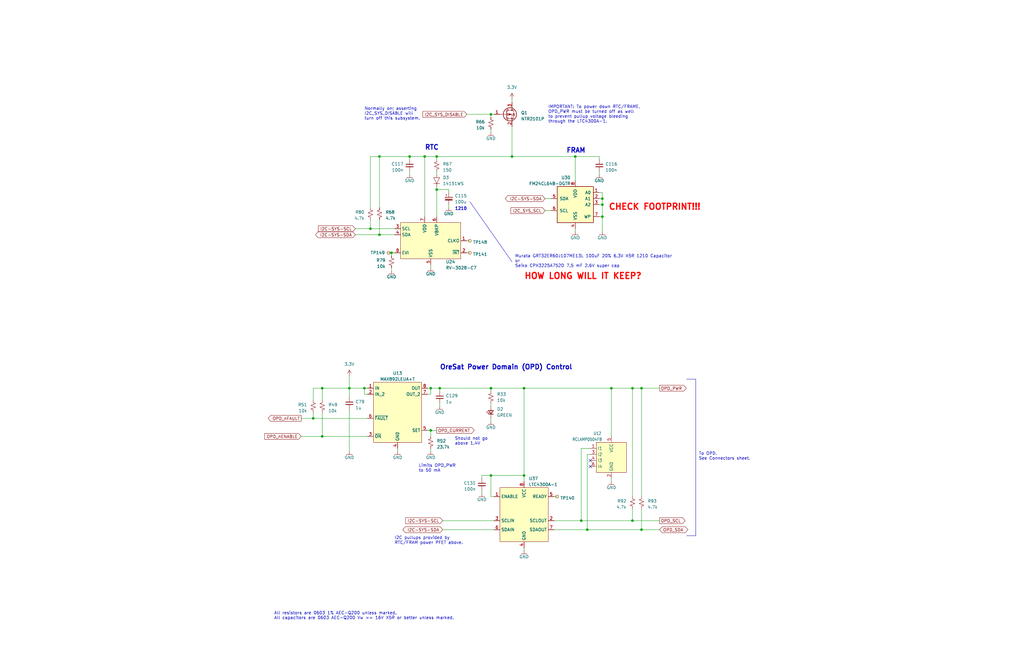
<source format=kicad_sch>
(kicad_sch (version 20230121) (generator eeschema)
  (paper "B")
  (title_block (title "OreSat C3: OPD and I2C Peripherals") (date "2023-05-29") (rev "6.0"))
  (lib_symbols
    (symbol "Device:C_Polarized_Small" (pin_numbers hide) (pin_names (offset 0.254) hide)
      (property "Reference" "C" (at 0.254 1.778 0))
      (property "Value" "C_Polarized_Small" (at 0.254 -2.032 0))
      (symbol "C_Polarized_Small_0_1"
        (rectangle (start -1.524 -0.3048) (end 1.524 -0.6858) (fill (type outline)))
        (rectangle (start -1.524 0.6858) (end 1.524 0.3048))
        (polyline (pts (xy -1.27 1.524) (xy -0.762 1.524)))
        (polyline (pts (xy -1.016 1.27) (xy -1.016 1.778)))
      )
      (symbol "C_Polarized_Small_1_1"
        (pin passive line (at 0 2.54 270) (length 1.8542) (name "~") (number "1"))
        (pin passive line (at 0 -2.54 90) (length 1.8542) (name "~") (number "2"))
      )
    )
    (symbol "Device:C_Small" (pin_numbers hide) (pin_names (offset 0.254) hide)
      (property "Reference" "C" (at 0.254 1.778 0))
      (property "Value" "C_Small" (at 0.254 -2.032 0))
      (symbol "C_Small_0_1"
        (polyline (pts (xy -1.524 -0.508) (xy 1.524 -0.508)) (stroke (width 0.3302)))
        (polyline (pts (xy -1.524 0.508) (xy 1.524 0.508)) (stroke (width 0.3048)))
      )
      (symbol "C_Small_1_1"
        (pin passive line (at 0 2.54 270) (length 2.032) (name "~") (number "1"))
        (pin passive line (at 0 -2.54 90) (length 2.032) (name "~") (number "2"))
      )
    )
    (symbol "Device:LED_Small" (pin_numbers hide) (pin_names (offset 0.254) hide)
      (property "Reference" "D" (at -1.27 3.175 0))
      (property "Value" "LED_Small" (at -4.445 -2.54 0))
      (symbol "LED_Small_0_1"
        (polyline (pts (xy -0.762 -1.016) (xy -0.762 1.016)) (stroke (width 0.254)))
        (polyline (pts (xy 1.016 0) (xy -0.762 0)))
        (polyline (pts (xy 0.762 -1.016) (xy -0.762 0) (xy 0.762 1.016) (xy 0.762 -1.016)) (stroke (width 0.254)))
        (polyline (pts (xy 0 0.762) (xy -0.508 1.27) (xy -0.254 1.27) (xy -0.508 1.27) (xy -0.508 1.016)))
        (polyline (pts (xy 0.508 1.27) (xy 0 1.778) (xy 0.254 1.778) (xy 0 1.778) (xy 0 1.524)))
      )
      (symbol "LED_Small_1_1"
        (pin passive line (at -2.54 0 0) (length 1.778) (name "K") (number "1"))
        (pin passive line (at 2.54 0 180) (length 1.778) (name "A") (number "2"))
      )
    )
    (symbol "Device:R_Small_US" (pin_numbers hide) (pin_names (offset 0.254) hide)
      (property "Reference" "R" (at 0.762 0.508 0))
      (property "Value" "R_Small_US" (at 0.762 -1.016 0))
      (symbol "R_Small_US_1_1"
        (polyline (pts (xy 0 0) (xy 1.016 -0.381) (xy 0 -0.762) (xy -1.016 -1.143) (xy 0 -1.524)))
        (polyline (pts (xy 0 1.524) (xy 1.016 1.143) (xy 0 0.762) (xy -1.016 0.381) (xy 0 0)))
        (pin passive line (at 0 2.54 270) (length 1.016) (name "~") (number "1"))
        (pin passive line (at 0 -2.54 90) (length 1.016) (name "~") (number "2"))
      )
    )
    (symbol "Memory_NVRAM:FM24C64B" (pin_names (offset 1.016))
      (property "Reference" "U" (at -5.08 8.89 0))
      (property "Value" "FM24C64B" (at 6.35 -8.89 0))
      (symbol "FM24C64B_0_1"
        (rectangle (start -7.62 7.62) (end 7.62 -7.62) (stroke (width 0.254)) (fill (type background)))
      )
      (symbol "FM24C64B_1_1"
        (pin input line (at -10.16 5.08 0) (length 2.54) (name "A0") (number "1"))
        (pin input line (at -10.16 2.54 0) (length 2.54) (name "A1") (number "2"))
        (pin input line (at -10.16 0 0) (length 2.54) (name "A2") (number "3"))
        (pin power_in line (at 0 -10.16 90) (length 2.54) (name "VSS") (number "4"))
        (pin bidirectional line (at 10.16 2.54 180) (length 2.54) (name "SDA") (number "5"))
        (pin input line (at 10.16 -2.54 180) (length 2.54) (name "SCL") (number "6"))
        (pin input line (at -10.16 -5.08 0) (length 2.54) (name "WP") (number "7"))
        (pin power_in line (at 0 10.16 270) (length 2.54) (name "VDD") (number "8"))
      )
    )
    (symbol "OreSat-Power:3.3V" (power) (pin_names (offset 0))
      (property "Value" "3.3V" (at 0 3.556 0))
      (symbol "3.3V_0_1"
        (polyline (pts (xy -0.762 1.27) (xy 0 2.54)))
        (polyline (pts (xy 0 0) (xy 0 2.54)))
        (polyline (pts (xy 0 2.54) (xy 0.762 1.27)))
      )
      (symbol "3.3V_1_1"
        (pin power_in line (at 0 0 90) (length 0) hide (name "3.3V") (number "1"))
      )
    )
    (symbol "OreSat-Power:GND" (power) (pin_names (offset 0))
      (property "Value" "GND" (at 0 -2.54 0))
      (symbol "GND_0_1"
        (polyline (pts (xy 0 0) (xy 0 -1.27) (xy 1.27 -1.27) (xy 0 -1.27) (xy -1.27 -1.27) (xy 0 -1.27)))
      )
      (symbol "GND_1_1"
        (pin power_in line (at 0 0 270) (length 0) hide (name "GND") (number "1"))
      )
    )
    (symbol "Transistor_FET:NTR2101P" (pin_names hide)
      (property "Reference" "Q" (at 5.08 1.905 0))
      (property "Value" "NTR2101P" (at 5.08 0 0))
      (symbol "NTR2101P_0_1"
        (polyline (pts (xy 0.254 0) (xy -2.54 0)))
        (polyline (pts (xy 0.254 1.905) (xy 0.254 -1.905)) (stroke (width 0.254)))
        (polyline (pts (xy 0.762 -1.27) (xy 0.762 -2.286)) (stroke (width 0.254)))
        (polyline (pts (xy 0.762 0.508) (xy 0.762 -0.508)) (stroke (width 0.254)))
        (polyline (pts (xy 0.762 2.286) (xy 0.762 1.27)) (stroke (width 0.254)))
        (polyline (pts (xy 2.54 2.54) (xy 2.54 1.778)))
        (polyline (pts (xy 2.54 -2.54) (xy 2.54 0) (xy 0.762 0)))
        (polyline (pts (xy 0.762 1.778) (xy 3.302 1.778) (xy 3.302 -1.778) (xy 0.762 -1.778)))
        (polyline (pts (xy 2.286 0) (xy 1.27 0.381) (xy 1.27 -0.381) (xy 2.286 0)) (fill (type outline)))
        (polyline (pts (xy 2.794 -0.508) (xy 2.921 -0.381) (xy 3.683 -0.381) (xy 3.81 -0.254)))
        (polyline (pts (xy 3.302 -0.381) (xy 2.921 0.254) (xy 3.683 0.254) (xy 3.302 -0.381)))
        (circle (center 1.651 0) (radius 2.794) (stroke (width 0.254)))
        (circle (center 2.54 -1.778) (radius 0.254) (fill (type outline)))
        (circle (center 2.54 1.778) (radius 0.254) (fill (type outline)))
      )
      (symbol "NTR2101P_1_1"
        (pin input line (at -5.08 0 0) (length 2.54) (name "G") (number "1"))
        (pin passive line (at 2.54 -5.08 90) (length 2.54) (name "S") (number "2"))
        (pin passive line (at 2.54 5.08 270) (length 2.54) (name "D") (number "3"))
      )
    )
    (symbol "oresat-diodes:1N4151WS-HE3" (pin_numbers hide) (pin_names (offset 0) hide)
      (property "Reference" "D" (at 0 2.54 0))
      (property "Value" "1N4151WS" (at 0 -2.54 0))
      (symbol "1N4151WS-HE3_0_1"
        (polyline (pts (xy 1.27 0) (xy 1.27 1.27) (xy 1.27 -1.27) (xy 1.27 0) (xy -1.27 1.27) (xy -1.27 -1.27) (xy 1.27 0)))
      )
      (symbol "1N4151WS-HE3_1_1"
        (pin passive line (at 2.54 0 180) (length 1.27) (name "1") (number ""))
        (pin passive line (at -2.54 0 0) (length 1.27) (name "2") (number ""))
      )
    )
    (symbol "oresat-ics:LTC4300A-1"
      (property "Reference" "U" (at 1.27 13.97 0))
      (property "Value" "LTC4300A-1" (at 1.27 11.43 0))
      (symbol "LTC4300A-1_1_0"
        (pin input line (at -12.7 7.62 0) (length 2.54) (name "ENABLE") (number "1"))
        (pin bidirectional line (at 12.7 -2.54 180) (length 2.54) (name "SCLOUT") (number "2"))
        (pin bidirectional line (at -12.7 -2.54 0) (length 2.54) (name "SCLIN") (number "3"))
        (pin power_in line (at 0 -13.97 90) (length 2.54) (name "GND") (number "4"))
        (pin output line (at 12.7 7.62 180) (length 2.54) (name "READY") (number "5"))
        (pin bidirectional line (at -12.7 -6.35 0) (length 2.54) (name "SDAIN") (number "6"))
        (pin bidirectional line (at 12.7 -6.35 180) (length 2.54) (name "SDAOUT") (number "7"))
        (pin power_in line (at 0 13.97 270) (length 2.54) (name "VCC") (number "8"))
      )
      (symbol "LTC4300A-1_1_1"
        (rectangle (start -10.16 11.43) (end 10.16 -11.43) (fill (type background)))
      )
    )
    (symbol "oresat-ics:MAX892LEUA+T"
      (symbol "MAX892LEUA+T_1_0"
        (pin power_in line (at -12.7 7.62 0) (length 2.54) (name "IN") (number "1"))
        (pin power_in line (at -12.7 5.08 0) (length 2.54) (name "IN_2") (number "2"))
        (pin input line (at -12.7 -12.7 0) (length 2.54) (name "~{ON}") (number "3"))
        (pin power_in line (at 0 -17.78 90) (length 2.54) (name "GND") (number "4"))
        (pin input line (at 12.7 -10.16 180) (length 2.54) (name "SET") (number "5"))
        (pin output line (at -12.7 -5.08 0) (length 2.54) (name "~{FAULT}") (number "6"))
        (pin power_out line (at 12.7 5.08 180) (length 2.54) (name "OUT_2") (number "7"))
        (pin power_out line (at 12.7 7.62 180) (length 2.54) (name "OUT") (number "8"))
      )
      (symbol "MAX892LEUA+T_1_1"
        (rectangle (start -10.16 10.16) (end 10.16 -15.24) (fill (type background)))
      )
    )
    (symbol "oresat-ics:RCLAMP0504FB"
      (property "Reference" "U" (at -13.97 12.7 0))
      (property "Value" "RCLAMP0504FB" (at -13.97 10.16 0))
      (symbol "RCLAMP0504FB_1_0"
        (pin bidirectional line (at -8.89 3.81 0) (length 2.54) (name "I1") (number "1"))
        (pin power_in line (at 0 -8.89 90) (length 2.54) (name "GND") (number "2"))
        (pin bidirectional line (at -8.89 1.27 0) (length 2.54) (name "I2") (number "3"))
        (pin bidirectional line (at -8.89 -1.27 0) (length 2.54) (name "I3") (number "4"))
        (pin power_in line (at 0 8.89 270) (length 2.54) (name "VCC") (number "5"))
        (pin bidirectional line (at -8.89 -3.81 0) (length 2.54) (name "I4") (number "6"))
      )
      (symbol "RCLAMP0504FB_1_1"
        (rectangle (start -6.35 6.35) (end 6.35 -6.35) (fill (type background)))
      )
    )
    (symbol "oresat-ics:RV-3028-C7"
      (property "Reference" "U" (at 3.81 -8.89 0))
      (property "Value" "RV-3028-C7" (at 3.81 -11.43 0))
      (symbol "RV-3028-C7_1_0"
        (pin output line (at 15.24 0 180) (length 2.54) (name "CLKO") (number "1"))
        (pin output line (at 15.24 -5.08 180) (length 2.54) (name "~{INT}") (number "2"))
        (pin input line (at -15.24 5.08 0) (length 2.54) (name "SCL") (number "3"))
        (pin bidirectional line (at -15.24 2.54 0) (length 2.54) (name "SDA") (number "4"))
        (pin power_in line (at 0 -10.16 90) (length 2.54) (name "VSS") (number "5"))
        (pin power_in line (at 2.54 10.16 270) (length 2.54) (name "VBKP") (number "6"))
        (pin power_in line (at -2.54 10.16 270) (length 2.54) (name "VDD") (number "7"))
        (pin input line (at -15.24 -5.08 0) (length 2.54) (name "EVI") (number "8"))
      )
      (symbol "RV-3028-C7_1_1"
        (rectangle (start -12.7 7.62) (end 12.7 -7.62) (fill (type background)))
      )
    )
    (symbol "oresat-misc:TestPoint-MinTH" (pin_numbers hide) (pin_names (offset 0.762) hide)
      (property "Reference" "TP" (at 0 2.54 0))
      (symbol "TestPoint-MinTH_0_1"
        (circle (center 0 0) (radius 0.635) (fill (type background)))
      )
      (symbol "TestPoint-MinTH_1_1"
        (pin passive line (at 0 0 270) (length 0) (name "1") (number "1"))
      )
    )
  )
  (junction (at 215.9 66.04))
  (junction (at 147.32 163.83))
  (junction (at 270.51 163.83))
  (junction (at 254 91.44))
  (junction (at 247.65 223.52))
  (junction (at 135.89 184.15))
  (junction (at 184.15 80.01))
  (junction (at 135.89 163.83))
  (junction (at 220.98 163.83))
  (junction (at 165.1 106.68))
  (junction (at 160.02 99.06))
  (junction (at 257.81 163.83))
  (junction (at 242.57 66.04))
  (junction (at 207.01 48.26))
  (junction (at 266.7 163.83))
  (junction (at 153.67 163.83))
  (junction (at 185.42 163.83))
  (junction (at 220.98 200.66))
  (junction (at 156.21 96.52))
  (junction (at 160.02 66.04))
  (junction (at 245.11 219.71))
  (junction (at 254 86.36))
  (junction (at 254 83.82))
  (junction (at 132.08 176.53))
  (junction (at 181.61 163.83))
  (junction (at 184.15 66.04))
  (junction (at 179.07 66.04))
  (junction (at 270.51 223.52))
  (junction (at 207.01 163.83))
  (junction (at 181.61 181.61))
  (junction (at 266.7 219.71))
  (junction (at 172.72 66.04))
  (junction (at 207.01 200.66))
  (no_connect (at 248.92 194.31))
  (no_connect (at 248.92 196.85))
  (wire (pts (xy 254 86.36) (xy 254 91.44)))
  (wire (pts (xy 180.34 181.61) (xy 181.61 181.61)))
  (wire (pts (xy 147.32 163.83) (xy 153.67 163.83)))
  (wire (pts (xy 165.1 114.3) (xy 165.1 113.03)))
  (wire (pts (xy 186.69 219.71) (xy 208.28 219.71)))
  (wire (pts (xy 207.01 48.26) (xy 207.01 49.53)))
  (wire (pts (xy 215.9 53.34) (xy 215.9 66.04)))
  (wire (pts (xy 257.81 184.15) (xy 257.81 163.83)))
  (wire (pts (xy 254 91.44) (xy 254 97.79)))
  (wire (pts (xy 247.65 223.52) (xy 270.51 223.52)))
  (wire (pts (xy 207.01 54.61) (xy 207.01 55.88)))
  (wire (pts (xy 165.1 107.95) (xy 165.1 106.68)))
  (wire (pts (xy 181.61 163.83) (xy 185.42 163.83)))
  (wire (pts (xy 266.7 209.55) (xy 266.7 163.83)))
  (wire (pts (xy 181.61 113.03) (xy 181.61 111.76)))
  (wire (pts (xy 180.34 166.37) (xy 181.61 166.37)))
  (wire (pts (xy 160.02 66.04) (xy 172.72 66.04)))
  (wire (pts (xy 266.7 214.63) (xy 266.7 219.71)))
  (wire (pts (xy 229.87 88.9) (xy 232.41 88.9)))
  (wire (pts (xy 207.01 209.55) (xy 208.28 209.55)))
  (wire (pts (xy 242.57 96.52) (xy 242.57 97.79)))
  (wire (pts (xy 248.92 191.77) (xy 247.65 191.77)))
  (wire (pts (xy 245.11 189.23) (xy 245.11 219.71)))
  (wire (pts (xy 135.89 163.83) (xy 147.32 163.83)))
  (wire (pts (xy 220.98 232.41) (xy 220.98 231.14)))
  (wire (pts (xy 215.9 41.91) (xy 215.9 43.18)))
  (wire (pts (xy 278.13 223.52) (xy 270.51 223.52)))
  (wire (pts (xy 172.72 66.04) (xy 179.07 66.04)))
  (wire (pts (xy 254 81.28) (xy 254 83.82)))
  (wire (pts (xy 166.37 99.06) (xy 160.02 99.06)))
  (wire (pts (xy 220.98 203.2) (xy 220.98 200.66)))
  (wire (pts (xy 270.51 214.63) (xy 270.51 223.52)))
  (polyline (pts (xy 293.37 160.02) (xy 293.37 226.06)))
  (wire (pts (xy 189.23 81.28) (xy 189.23 80.01)))
  (wire (pts (xy 179.07 66.04) (xy 184.15 66.04)))
  (wire (pts (xy 184.15 66.04) (xy 215.9 66.04)))
  (wire (pts (xy 252.73 83.82) (xy 254 83.82)))
  (wire (pts (xy 215.9 66.04) (xy 242.57 66.04)))
  (wire (pts (xy 160.02 99.06) (xy 149.86 99.06)))
  (wire (pts (xy 196.85 48.26) (xy 207.01 48.26)))
  (wire (pts (xy 252.73 86.36) (xy 254 86.36)))
  (wire (pts (xy 127 184.15) (xy 135.89 184.15)))
  (wire (pts (xy 163.83 106.68) (xy 165.1 106.68)))
  (wire (pts (xy 184.15 72.39) (xy 184.15 73.66)))
  (wire (pts (xy 184.15 78.74) (xy 184.15 80.01)))
  (wire (pts (xy 180.34 163.83) (xy 181.61 163.83)))
  (wire (pts (xy 196.85 106.68) (xy 198.12 106.68)))
  (wire (pts (xy 181.61 166.37) (xy 181.61 163.83)))
  (wire (pts (xy 181.61 181.61) (xy 184.15 181.61)))
  (wire (pts (xy 189.23 86.36) (xy 189.23 87.63)))
  (wire (pts (xy 252.73 67.31) (xy 252.73 66.04)))
  (wire (pts (xy 147.32 163.83) (xy 147.32 167.64)))
  (wire (pts (xy 254 83.82) (xy 254 86.36)))
  (wire (pts (xy 147.32 158.75) (xy 147.32 163.83)))
  (wire (pts (xy 167.64 189.23) (xy 167.64 190.5)))
  (wire (pts (xy 153.67 163.83) (xy 154.94 163.83)))
  (wire (pts (xy 132.08 176.53) (xy 154.94 176.53)))
  (wire (pts (xy 208.28 223.52) (xy 186.69 223.52)))
  (wire (pts (xy 233.68 219.71) (xy 245.11 219.71)))
  (wire (pts (xy 207.01 170.18) (xy 207.01 171.45)))
  (polyline (pts (xy 289.56 226.06) (xy 293.37 226.06)))
  (wire (pts (xy 160.02 66.04) (xy 160.02 87.63)))
  (wire (pts (xy 233.68 223.52) (xy 247.65 223.52)))
  (wire (pts (xy 147.32 172.72) (xy 147.32 190.5)))
  (wire (pts (xy 127 176.53) (xy 132.08 176.53)))
  (polyline (pts (xy 289.56 160.02) (xy 293.37 160.02)))
  (wire (pts (xy 154.94 166.37) (xy 153.67 166.37)))
  (wire (pts (xy 220.98 200.66) (xy 207.01 200.66)))
  (wire (pts (xy 156.21 92.71) (xy 156.21 96.52)))
  (wire (pts (xy 207.01 163.83) (xy 220.98 163.83)))
  (wire (pts (xy 266.7 163.83) (xy 270.51 163.83)))
  (wire (pts (xy 132.08 173.99) (xy 132.08 176.53)))
  (wire (pts (xy 184.15 66.04) (xy 184.15 67.31)))
  (wire (pts (xy 181.61 190.5) (xy 181.61 189.23)))
  (wire (pts (xy 185.42 171.45) (xy 185.42 170.18)))
  (wire (pts (xy 207.01 200.66) (xy 207.01 209.55)))
  (wire (pts (xy 252.73 66.04) (xy 242.57 66.04)))
  (wire (pts (xy 242.57 66.04) (xy 242.57 76.2)))
  (wire (pts (xy 248.92 189.23) (xy 245.11 189.23)))
  (wire (pts (xy 185.42 163.83) (xy 207.01 163.83)))
  (wire (pts (xy 181.61 181.61) (xy 181.61 184.15)))
  (wire (pts (xy 232.41 83.82) (xy 229.87 83.82)))
  (wire (pts (xy 132.08 163.83) (xy 135.89 163.83)))
  (polyline (pts (xy 198.12 85.09) (xy 215.9 110.49)))
  (wire (pts (xy 203.2 200.66) (xy 207.01 200.66)))
  (wire (pts (xy 257.81 163.83) (xy 266.7 163.83)))
  (wire (pts (xy 233.68 209.55) (xy 234.95 209.55)))
  (wire (pts (xy 203.2 208.28) (xy 203.2 207.01)))
  (wire (pts (xy 185.42 165.1) (xy 185.42 163.83)))
  (wire (pts (xy 149.86 96.52) (xy 156.21 96.52)))
  (wire (pts (xy 252.73 91.44) (xy 254 91.44)))
  (wire (pts (xy 172.72 67.31) (xy 172.72 66.04)))
  (wire (pts (xy 156.21 87.63) (xy 156.21 66.04)))
  (wire (pts (xy 252.73 81.28) (xy 254 81.28)))
  (wire (pts (xy 132.08 168.91) (xy 132.08 163.83)))
  (wire (pts (xy 156.21 96.52) (xy 166.37 96.52)))
  (wire (pts (xy 189.23 80.01) (xy 184.15 80.01)))
  (wire (pts (xy 266.7 219.71) (xy 278.13 219.71)))
  (wire (pts (xy 196.85 101.6) (xy 198.12 101.6)))
  (wire (pts (xy 135.89 184.15) (xy 154.94 184.15)))
  (wire (pts (xy 207.01 176.53) (xy 207.01 177.8)))
  (wire (pts (xy 135.89 168.91) (xy 135.89 163.83)))
  (wire (pts (xy 179.07 91.44) (xy 179.07 66.04)))
  (wire (pts (xy 270.51 209.55) (xy 270.51 163.83)))
  (wire (pts (xy 257.81 203.2) (xy 257.81 201.93)))
  (wire (pts (xy 270.51 163.83) (xy 278.13 163.83)))
  (wire (pts (xy 207.01 163.83) (xy 207.01 165.1)))
  (wire (pts (xy 172.72 73.66) (xy 172.72 72.39)))
  (wire (pts (xy 160.02 92.71) (xy 160.02 99.06)))
  (wire (pts (xy 245.11 219.71) (xy 266.7 219.71)))
  (wire (pts (xy 153.67 166.37) (xy 153.67 163.83)))
  (wire (pts (xy 247.65 191.77) (xy 247.65 223.52)))
  (wire (pts (xy 203.2 201.93) (xy 203.2 200.66)))
  (wire (pts (xy 165.1 106.68) (xy 166.37 106.68)))
  (wire (pts (xy 220.98 163.83) (xy 257.81 163.83)))
  (wire (pts (xy 252.73 72.39) (xy 252.73 73.66)))
  (wire (pts (xy 135.89 173.99) (xy 135.89 184.15)))
  (wire (pts (xy 184.15 91.44) (xy 184.15 80.01)))
  (wire (pts (xy 220.98 163.83) (xy 220.98 200.66)))
  (wire (pts (xy 156.21 66.04) (xy 160.02 66.04)))
  (wire (pts (xy 207.01 48.26) (xy 208.28 48.26)))
  (text "To OPD. \nSee Connectors sheet." (at 294.64 194.31 0) (effects (font (size 1.27 1.27)) (justify left bottom)))
  (text "Should not go\nabove 1.4V" (at 191.77 187.96 0) (effects (font (size 1.27 1.27)) (justify left bottom)))
  (text "FRAM" (at 238.76 64.77 0) (effects (font (size 2 2) (thickness 0.4) bold) (justify left bottom)))
  (text "All resistors are 0603 1% AEC-Q200 unless marked.\nAll capacitors are 0603 AEC-Q200 Vw >= 16V X5R or better unless marked." (at 115.57 261.62 0) (effects (font (size 1.27 1.27)) (justify left bottom)))
  (text "Normally on; asserting \nI2C_SYS_DISABLE will \nturn off this subsystem." (at 153.67 50.8 0) (effects (font (size 1.27 1.27)) (justify left bottom)))
  (text "IMPORTANT: To power down RTC/FRAME,\nOPD_PWR must be turned off as well\nto prevent pullup voltage bleeding\nthrough the LTC4300A-1." (at 231.14 52.07 0) (effects (font (size 1.27 1.27)) (justify left bottom)))
  (text "Limits OPD_PWR\nto 50 mA" (at 176.53 199.39 0) (effects (font (size 1.27 1.27)) (justify left bottom)))
  (text "I2C pullups provided by \nRTC/FRAM power PFET above." (at 166.37 229.87 0) (effects (font (size 1.27 1.27)) (justify left bottom)))
  (text "Murata GRT32ER60J107ME13L 100uF 20% 6.3V X5R 1210 Capacitor\nor\nSeiko CPX3225A752D 7.5 mF 2.6V super cap" (at 217.17 113.03 0) (effects (font (size 1.27 1.27)) (justify left bottom)))
  (text "CHECK FOOTPRINT!!!" (at 256.54 88.9 0) (effects (font (size 2.54 2.54) (thickness 0.508) bold) (justify left bottom)))
  (text "1210" (at 191.77 88.9 0) (effects (font (size 1.27 1.27) bold) (justify left bottom)))
  (text "HOW LONG WILL IT KEEP?\n" (at 220.98 118.11 0) (effects (font (size 2.54 2.54) (thickness 0.508) bold) (justify left bottom)))
  (text "RTC" (at 179.07 63.5 0) (effects (font (size 2 2) (thickness 0.4) bold) (justify left bottom)))
  (text "OreSat Power Domain (OPD) Control" (at 185.42 156.21 0) (effects (font (size 2 2) (thickness 0.4) bold) (justify left bottom)))
  (global_label "I2C-SYS-SDA" (shape bidirectional) (at 229.87 83.82 180) (property "Intersheetrefs" "${INTERSHEET_REFS}" (at 212.5481 83.82 0) (effects (justify right))))
  (global_label "OPD_SDA" (shape bidirectional) (at 278.13 223.52 0) (property "Intersheetrefs" "${INTERSHEET_REFS}" (at 290.5533 223.52 0) (effects (justify left))))
  (global_label "I2C_SYS_SCL" (shape input) (at 229.87 88.9 180) (property "Intersheetrefs" "${INTERSHEET_REFS}" (at 214.9295 88.9 0) (effects (justify right))))
  (global_label "OPD_nFAULT" (shape output) (at 127 176.53 180) (property "Intersheetrefs" "${INTERSHEET_REFS}" (at 112.6037 176.53 0) (effects (justify right))))
  (global_label "I2C-SYS-SCL" (shape input) (at 186.69 219.71 180) (property "Intersheetrefs" "${INTERSHEET_REFS}" (at 170.5399 219.71 0) (effects (justify right))))
  (global_label "I2C-SYS-SDA" (shape bidirectional) (at 186.69 223.52 180) (property "Intersheetrefs" "${INTERSHEET_REFS}" (at 169.3681 223.52 0) (effects (justify right))))
  (global_label "OPD_CURRENT" (shape output) (at 184.15 181.61 0) (property "Intersheetrefs" "${INTERSHEET_REFS}" (at 200.4815 181.61 0) (effects (justify left))))
  (global_label "OPD_PWR" (shape output) (at 278.13 163.83 0) (property "Intersheetrefs" "${INTERSHEET_REFS}" (at 289.8653 163.83 0) (effects (justify left))))
  (global_label "I2C_SYS_DISABLE" (shape input) (at 196.85 48.26 180) (property "Intersheetrefs" "${INTERSHEET_REFS}" (at 177.7971 48.26 0) (effects (justify right))))
  (global_label "I2C-SYS-SCL" (shape input) (at 149.86 96.52 180) (property "Intersheetrefs" "${INTERSHEET_REFS}" (at 133.7099 96.52 0) (effects (justify right))))
  (global_label "I2C-SYS-SDA" (shape bidirectional) (at 149.86 99.06 180) (property "Intersheetrefs" "${INTERSHEET_REFS}" (at 132.5381 99.06 0) (effects (justify right))))
  (global_label "OPD_nENABLE" (shape input) (at 127 184.15 180) (property "Intersheetrefs" "${INTERSHEET_REFS}" (at 111.0919 184.15 0) (effects (justify right))))
  (global_label "OPD_SCL" (shape output) (at 278.13 219.71 0) (property "Intersheetrefs" "${INTERSHEET_REFS}" (at 289.3815 219.71 0) (effects (justify left))))
  (symbol (lib_id "oresat-misc:TestPoint-MinTH") (at 198.12 101.6 0) (unit 1)
    (property "Reference" "TP148" (at 199.39 102.235 0) (effects (justify left)))
    (property "Value" "TestPoint-MinTH" (effects hide))
    (property "Footprint" "oresat-misc:TestPoint-MinTH" (effects hide))
  )
  (symbol (lib_id "Memory_NVRAM:FM24C64B") (at 242.57 86.36 0) (mirror y) (unit 1)
    (property "Reference" "U30" (at 240.6141 74.93 0) (effects (justify left)))
    (property "Value" "FM24CL64B-DGTR" (at 240.6141 77.47 0) (effects (justify left)))
    (property "Footprint" "Package_SO:SOIC-8_3.9x4.9mm_P1.27mm" (effects hide))
    (property "Datasheet" "http://www.cypress.com/file/41651/download" (effects hide))
  )
  (symbol (lib_id "oresat-ics:MAX892LEUA+T") (at 167.64 171.45 0) (unit 1)
    (property "Reference" "U13" (at 167.64 157.48 0))
    (property "Value" "MAX892LEUA+T" (at 167.64 160.02 0))
    (property "Footprint" "oresat-c3:21-0036K" (effects hide))
    (property "Datasheet" "https://www.analog.com/media/en/technical-documentation/data-sheets/MAX891L-MAX892L.pdf" (effects hide))
  )
  (symbol (lib_id "OreSat-Power:GND") (at 181.61 113.03 0) (unit 1)
    (property "Reference" "#GND0163" (effects hide))
    (property "Value" "GND" (at 181.61 115.57 0))
    (instances (project "oresat-c3" (path "" (reference "#GND0163") (unit 1)) (path "" (reference "#GND01") (unit 1)) (path "" (reference "#GND014") (unit 1))))
  )
  (symbol (lib_id "Device:R_Small_US") (at 270.51 212.09 0) (mirror y) (unit 1)
    (property "Reference" "R93" (at 273.05 211.455 0) (effects (justify right)))
    (property "Value" "4.7k" (at 273.05 213.995 0) (effects (justify right)))
  )
  (symbol (lib_id "Device:R_Small_US") (at 207.01 52.07 0) (unit 1)
    (property "Reference" "R66" (at 204.47 51.435 0) (effects (justify right)))
    (property "Value" "10k" (at 204.47 53.975 0) (effects (justify right)))
  )
  (symbol (lib_id "OreSat-Power:GND") (at 252.73 73.66 0) (unit 1)
    (property "Reference" "#GND0163" (effects hide))
    (property "Value" "GND" (at 252.73 76.2 0))
    (instances (project "oresat-c3" (path "" (reference "#GND0163") (unit 1)) (path "" (reference "#GND01") (unit 1)) (path "" (reference "#GND012") (unit 1))))
  )
  (symbol (lib_id "oresat-misc:TestPoint-MinTH") (at 198.12 106.68 0) (unit 1)
    (property "Reference" "TP141" (at 199.39 107.315 0) (effects (justify left)))
    (property "Value" "TestPoint-MinTH" (effects hide))
    (property "Footprint" "oresat-misc:TestPoint-MinTH" (effects hide))
  )
  (symbol (lib_id "Device:R_Small_US") (at 207.01 167.64 0) (mirror x) (unit 1)
    (property "Reference" "R33" (at 209.55 166.37 0) (effects (justify left)))
    (property "Value" "10k" (at 209.55 168.91 0) (effects (justify left)))
    (property "Footprint" "Resistor_SMD:R_0603_1608Metric" (effects hide))
    (instances (project "oresat-c3" (path "" (reference "R33") (unit 1)) (path "" (reference "R78") (unit 1))))
  )
  (symbol (lib_id "Device:R_Small_US") (at 184.15 69.85 0) (mirror y) (unit 1)
    (property "Reference" "R67" (at 186.69 69.215 0) (effects (justify right)))
    (property "Value" "150" (at 186.69 71.755 0) (effects (justify right)))
  )
  (symbol (lib_id "OreSat-Power:GND") (at 181.61 190.5 0) (unit 1)
    (property "Reference" "#GND0163" (effects hide))
    (property "Value" "GND" (at 181.61 193.04 0))
    (instances (project "oresat-c3" (path "" (reference "#GND0163") (unit 1)) (path "" (reference "#GND01") (unit 1)) (path "" (reference "#GND042") (unit 1))))
  )
  (symbol (lib_id "Device:C_Small") (at 252.73 69.85 0) (unit 1)
    (property "Reference" "C116" (at 255.27 69.2213 0) (effects (justify left)))
    (property "Value" "100n" (at 255.27 71.7613 0) (effects (justify left)))
  )
  (symbol (lib_id "OreSat-Power:GND") (at 165.1 114.3 0) (unit 1)
    (property "Reference" "#GND0163" (effects hide))
    (property "Value" "GND" (at 165.1 116.84 0))
    (instances (project "oresat-c3" (path "" (reference "#GND0163") (unit 1)) (path "" (reference "#GND01") (unit 1)) (path "" (reference "#GND045") (unit 1))))
  )
  (symbol (lib_id "Transistor_FET:NTR2101P") (at 213.36 48.26 0) (unit 1)
    (property "Reference" "Q1" (at 219.71 47.625 0) (effects (justify left)))
    (property "Value" "NTR2101P" (at 219.71 50.165 0) (effects (justify left)))
    (property "Footprint" "Package_TO_SOT_SMD:SOT-23" (effects hide))
    (property "Datasheet" "http://www.onsemi.com/pub/Collateral/NTR2101P-D.PDF" (effects hide))
  )
  (symbol (lib_id "Device:C_Small") (at 203.2 204.47 0) (unit 1)
    (property "Reference" "C131" (at 200.66 203.8413 0) (effects (justify right)))
    (property "Value" "100n" (at 200.66 206.3813 0) (effects (justify right)))
  )
  (symbol (lib_id "Device:R_Small_US") (at 266.7 212.09 0) (unit 1)
    (property "Reference" "R92" (at 264.16 211.455 0) (effects (justify right)))
    (property "Value" "4.7k" (at 264.16 213.995 0) (effects (justify right)))
  )
  (symbol (lib_id "Device:LED_Small") (at 207.01 173.99 90) (unit 1)
    (property "Reference" "D2" (at 209.55 172.6564 90) (effects (justify right)))
    (property "Value" "GREEN" (at 209.55 175.1964 90) (effects (justify right)))
    (property "Footprint" "LED_SMD:LED_0603_1608Metric" (effects hide))
    (instances (project "oresat-c3" (path "" (reference "D2") (unit 1)) (path "" (reference "D12") (unit 1))))
  )
  (symbol (lib_id "OreSat-Power:GND") (at 203.2 208.28 0) (mirror y) (unit 1)
    (property "Reference" "#GND0163" (effects hide))
    (property "Value" "GND" (at 203.2 210.82 0))
    (instances (project "oresat-c3" (path "" (reference "#GND0163") (unit 1)) (path "" (reference "#GND01") (unit 1)) (path "" (reference "#GND048") (unit 1))))
  )
  (symbol (lib_id "OreSat-Power:3.3V") (at 147.32 158.75 0) (unit 1)
    (property "Reference" "#3V0113" (effects hide))
    (property "Value" "3.3V" (at 147.32 153.67 0))
    (instances (project "oresat-c3" (path "" (reference "#3V0113") (unit 1)) (path "" (reference "#3V03") (unit 1))))
  )
  (symbol (lib_id "Device:R_Small_US") (at 165.1 110.49 0) (unit 1)
    (property "Reference" "R79" (at 162.56 109.855 0) (effects (justify right)))
    (property "Value" "10k" (at 162.56 112.395 0) (effects (justify right)))
  )
  (symbol (lib_id "Device:R_Small_US") (at 156.21 90.17 0) (unit 1)
    (property "Reference" "R80" (at 153.67 89.535 0) (effects (justify right)))
    (property "Value" "4.7k" (at 153.67 92.075 0) (effects (justify right)))
  )
  (symbol (lib_id "oresat-misc:TestPoint-MinTH") (at 234.95 209.55 0) (unit 1)
    (property "Reference" "TP140" (at 236.22 210.185 0) (effects (justify left)))
    (property "Value" "TestPoint-MinTH" (effects hide))
    (property "Footprint" "oresat-misc:TestPoint-MinTH" (effects hide))
  )
  (symbol (lib_id "Device:R_Small_US") (at 160.02 90.17 0) (mirror y) (unit 1)
    (property "Reference" "R68" (at 162.56 89.535 0) (effects (justify right)))
    (property "Value" "4.7k" (at 162.56 92.075 0) (effects (justify right)))
  )
  (symbol (lib_id "Device:R_Small_US") (at 135.89 171.45 0) (mirror y) (unit 1)
    (property "Reference" "R49" (at 138.43 170.815 0) (effects (justify right)))
    (property "Value" "10k" (at 138.43 173.355 0) (effects (justify right)))
  )
  (symbol (lib_id "OreSat-Power:GND") (at 242.57 97.79 0) (unit 1)
    (property "Reference" "#GND0163" (effects hide))
    (property "Value" "GND" (at 242.57 100.33 0))
    (instances (project "oresat-c3" (path "" (reference "#GND0163") (unit 1)) (path "" (reference "#GND01") (unit 1)) (path "" (reference "#GND011") (unit 1))))
  )
  (symbol (lib_id "OreSat-Power:GND") (at 257.81 203.2 0) (unit 1)
    (property "Reference" "#GND0163" (effects hide))
    (property "Value" "GND" (at 257.81 205.74 0))
    (instances (project "oresat-c3" (path "" (reference "#GND0163") (unit 1)) (path "" (reference "#GND01") (unit 1)) (path "" (reference "#GND039") (unit 1))))
  )
  (symbol (lib_id "Device:R_Small_US") (at 181.61 186.69 0) (mirror y) (unit 1)
    (property "Reference" "R52" (at 184.15 186.055 0) (effects (justify right)))
    (property "Value" "23.7k" (at 184.15 188.595 0) (effects (justify right)))
  )
  (symbol (lib_id "OreSat-Power:GND") (at 167.64 190.5 0) (unit 1)
    (property "Reference" "#GND0163" (effects hide))
    (property "Value" "GND" (at 167.64 193.04 0))
    (instances (project "oresat-c3" (path "" (reference "#GND0163") (unit 1)) (path "" (reference "#GND01") (unit 1)) (path "" (reference "#GND040") (unit 1))))
  )
  (symbol (lib_id "Device:C_Small") (at 172.72 69.85 0) (mirror y) (unit 1)
    (property "Reference" "C117" (at 170.18 69.2213 0) (effects (justify left)))
    (property "Value" "100n" (at 170.18 71.7613 0) (effects (justify left)))
  )
  (symbol (lib_id "OreSat-Power:3.3V") (at 215.9 41.91 0) (unit 1)
    (property "Reference" "#3V0113" (effects hide))
    (property "Value" "3.3V" (at 215.9 36.83 0))
    (instances (project "oresat-c3" (path "" (reference "#3V0113") (unit 1)) (path "" (reference "#3V01") (unit 1))))
  )
  (symbol (lib_id "oresat-diodes:1N4151WS-HE3") (at 184.15 76.2 270) (unit 1)
    (property "Reference" "D3" (at 186.69 74.93 90) (effects (justify left)))
    (property "Value" "14151WS" (at 186.69 77.47 90) (effects (justify left)))
    (property "Footprint" "Diode_SMD:D_SOD-323" (effects hide))
    (property "Datasheet" "https://www.vishay.com/docs/85847/1n4151ws.pdf" (effects hide))
    (instances (project "oresat-c3" (path "" (reference "D3") (unit 1)) (path "" (reference "D10") (unit 1))))
  )
  (symbol (lib_id "OreSat-Power:GND") (at 254 97.79 0) (unit 1)
    (property "Reference" "#GND0163" (effects hide))
    (property "Value" "GND" (at 254 100.33 0))
    (instances (project "oresat-c3" (path "" (reference "#GND0163") (unit 1)) (path "" (reference "#GND01") (unit 1)) (path "" (reference "#GND013") (unit 1))))
  )
  (symbol (lib_id "OreSat-Power:GND") (at 189.23 87.63 0) (unit 1)
    (property "Reference" "#GND0163" (effects hide))
    (property "Value" "GND" (at 189.23 90.17 0))
    (instances (project "oresat-c3" (path "" (reference "#GND0163") (unit 1)) (path "" (reference "#GND01") (unit 1)) (path "" (reference "#GND016") (unit 1))))
  )
  (symbol (lib_id "oresat-ics:RV-3028-C7") (at 181.61 101.6 0) (unit 1)
    (property "Reference" "U24" (at 187.96 110.49 0) (effects (justify left)))
    (property "Value" "RV-3028-C7" (at 187.96 113.03 0) (effects (justify left)))
    (property "Footprint" "oresat-c3:RV3028C732768KHZ1PPMTAQC" (effects hide))
    (property "Datasheet" "https://www.microcrystal.com/fileadmin/Media/Products/RTC/Datasheet/RV-3028-C7.pdf" (effects hide))
  )
  (symbol (lib_id "oresat-ics:RCLAMP0504FB") (at 257.81 193.04 0) (unit 1)
    (property "Reference" "U12" (at 250.19 182.88 0) (effects (font (size 1.27 1.0795)) (justify left)))
    (property "Value" "RCLAMP0504FB" (at 241.3 185.42 0) (effects (font (size 1.27 1.0795)) (justify left)))
    (property "Footprint" "Package_TO_SOT_SMD:SOT-363_SC-70-6" (effects hide))
    (property "Datasheet" "https://semtech.my.salesforce.com/sfc/p/#E0000000JelG/a/440000001NC4/stkwt9TLwnuFEcETp_EuKKu8Zq_5VZ02wBJYU8lO8Hs" (effects hide))
  )
  (symbol (lib_id "Device:C_Small") (at 185.42 167.64 0) (unit 1)
    (property "Reference" "C129" (at 187.96 167.0113 0) (effects (justify left)))
    (property "Value" "1u" (at 187.96 169.5513 0) (effects (justify left)))
  )
  (symbol (lib_id "Device:C_Polarized_Small") (at 189.23 83.82 0) (unit 1)
    (property "Reference" "C115" (at 191.77 82.6389 0) (effects (justify left)))
    (property "Value" "100u" (at 191.77 85.1789 0) (effects (justify left)))
  )
  (symbol (lib_id "Device:C_Small") (at 147.32 170.18 0) (unit 1)
    (property "Reference" "C79" (at 149.86 169.5513 0) (effects (justify left)))
    (property "Value" "1u" (at 149.86 172.0913 0) (effects (justify left)))
  )
  (symbol (lib_id "OreSat-Power:GND") (at 207.01 177.8 0) (unit 1)
    (property "Reference" "#GND0133" (effects hide))
    (property "Value" "GND" (at 207.01 180.34 0))
    (instances (project "oresat-c3" (path "" (reference "#GND0133") (unit 1)) (path "" (reference "#GND044") (unit 1))))
  )
  (symbol (lib_id "oresat-misc:TestPoint-MinTH") (at 163.83 106.68 180) (unit 1)
    (property "Reference" "TP149" (at 156.21 106.68 0) (effects (justify right)))
    (property "Value" "TestPoint-MinTH" (effects hide))
    (property "Footprint" "oresat-misc:TestPoint-MinTH" (effects hide))
  )
  (symbol (lib_id "OreSat-Power:GND") (at 172.72 73.66 0) (unit 1)
    (property "Reference" "#GND0163" (effects hide))
    (property "Value" "GND" (at 172.72 76.2 0))
    (instances (project "oresat-c3" (path "" (reference "#GND0163") (unit 1)) (path "" (reference "#GND01") (unit 1)) (path "" (reference "#GND015") (unit 1))))
  )
  (symbol (lib_id "OreSat-Power:GND") (at 185.42 171.45 0) (unit 1)
    (property "Reference" "#GND0163" (effects hide))
    (property "Value" "GND" (at 185.42 173.99 0))
    (instances (project "oresat-c3" (path "" (reference "#GND0163") (unit 1)) (path "" (reference "#GND01") (unit 1)) (path "" (reference "#GND043") (unit 1))))
  )
  (symbol (lib_id "OreSat-Power:GND") (at 147.32 190.5 0) (unit 1)
    (property "Reference" "#GND0163" (effects hide))
    (property "Value" "GND" (at 147.32 193.04 0))
    (instances (project "oresat-c3" (path "" (reference "#GND0163") (unit 1)) (path "" (reference "#GND01") (unit 1)) (path "" (reference "#GND041") (unit 1))))
  )
  (symbol (lib_id "OreSat-Power:GND") (at 207.01 55.88 0) (unit 1)
    (property "Reference" "#GND0163" (effects hide))
    (property "Value" "GND" (at 207.01 58.42 0))
    (instances (project "oresat-c3" (path "" (reference "#GND0163") (unit 1)) (path "" (reference "#GND01") (unit 1)) (path "" (reference "#GND010") (unit 1))))
  )
  (symbol (lib_id "Device:R_Small_US") (at 132.08 171.45 0) (unit 1)
    (property "Reference" "R51" (at 129.54 170.815 0) (effects (justify right)))
    (property "Value" "10k" (at 129.54 173.355 0) (effects (justify right)))
  )
  (symbol (lib_id "oresat-ics:LTC4300A-1") (at 220.98 217.17 0) (unit 1)
    (property "Reference" "U37" (at 222.9359 201.93 0) (effects (justify left)))
    (property "Value" "LTC4300A-1" (at 222.9359 204.47 0) (effects (justify left)))
    (property "Datasheet" "https://www.analog.com/media/en/technical-documentation/data-sheets/4300a12fa.pdf" (effects hide))
  )
  (symbol (lib_id "OreSat-Power:GND") (at 220.98 232.41 0) (unit 1)
    (property "Reference" "#GND0163" (effects hide))
    (property "Value" "GND" (at 220.98 234.95 0))
    (instances (project "oresat-c3" (path "" (reference "#GND0163") (unit 1)) (path "" (reference "#GND01") (unit 1)) (path "" (reference "#GND047") (unit 1))))
  )
)
</source>
